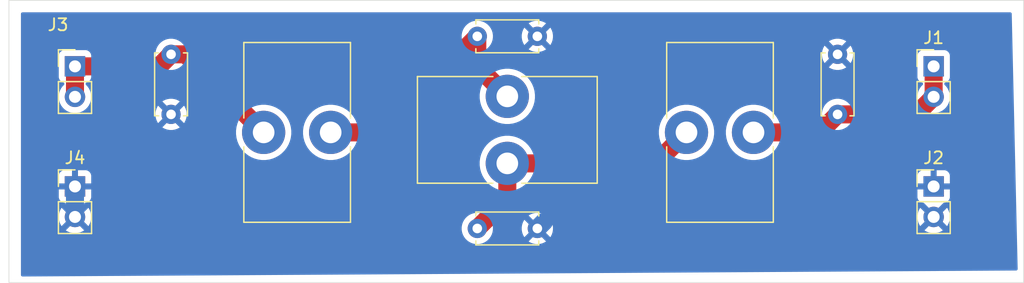
<source format=kicad_pcb>
(kicad_pcb (version 20241229) (generator "pcbnew") (generator_version "9.0")
  (title_block (title "LPF") (date "2026-01-20") (rev "0") (company "DL1SKD"))
  (layers (0 "F.Cu" signal) (2 "B.Cu" signal) (13 "F.Paste" user) (15 "B.Paste" user) (5 "F.SilkS" user "F.Silkscreen") (7 "B.SilkS" user "B.Silkscreen") (1 "F.Mask" user) (3 "B.Mask" user) (25 "Edge.Cuts" user))
  (net 0 "")
  (net 1 "GND")
  (net 2 "Net-(C1-+)")
  (net 3 "Net-(C2-+)")
  (net 4 "Net-(C3-+)")
  (net 5 "Net-(C4-+)")
  (footprint "Inductor_THT:L_Toroid_Vertical_L14.7mm_W8.6mm_P5.58mm_Pulse_KM-1" (layer "F.Cu") (at 124.42 56 90)
    (property "Reference" "L3" (hide yes))
    (property "Value" "L_Iron" (hide yes))
    (fp_line (start 7.485 -1.65) (end 7.485 7.23) (stroke (width 0.12)) (layer "F.SilkS"))
    (fp_line (start 1.2 -1.65) (end 7.485 -1.65) (stroke (width 0.12)) (layer "F.SilkS"))
    (fp_line (start -7.485 -1.65) (end -1.2 -1.65) (stroke (width 0.12)) (layer "F.SilkS"))
    (fp_line (start 7.485 7.23) (end 1.2 7.23) (stroke (width 0.12)) (layer "F.SilkS"))
    (fp_line (start -1.2 7.23) (end -7.485 7.23) (stroke (width 0.12)) (layer "F.SilkS"))
    (fp_line (start -7.485 7.23) (end -7.485 -1.65) (stroke (width 0.12)) (layer "F.SilkS"))
    (pad "1" thru_hole circle (at 0 0 90) (size 3.6 3.6) (drill 1.8) (layers "*.Cu" "*.Mask") (net 4 "Net-(C3-+)"))
    (pad "2" thru_hole circle (at 0 5.58 90) (size 3.6 3.6) (drill 1.8) (layers "*.Cu" "*.Mask") (net 5 "Net-(C4-+)"))
  )
  (footprint "Capacitor_THT:C_Disc_D5.0mm_W2.5mm_P5.00mm" (layer "F.Cu") (at 107 64)
    (property "Reference" "C3" (hide yes))
    (property "Value" "C" (hide yes))
    (fp_line (start -0.12 -1.37) (end 5.12 -1.37) (stroke (width 0.12)) (layer "F.SilkS"))
    (fp_line (start -0.12 -1.033) (end -0.12 -1.37) (stroke (width 0.12)) (layer "F.SilkS"))
    (fp_line (start -0.12 1.37) (end -0.12 1.033) (stroke (width 0.12)) (layer "F.SilkS"))
    (fp_line (start 5.12 -1.37) (end 5.12 -1.033) (stroke (width 0.12)) (layer "F.SilkS"))
    (fp_line (start 5.12 1.033) (end 5.12 1.37) (stroke (width 0.12)) (layer "F.SilkS"))
    (fp_line (start 5.12 1.37) (end -0.12 1.37) (stroke (width 0.12)) (layer "F.SilkS"))
    (pad "1" thru_hole circle (at 0 0) (size 1.6 1.6) (drill 0.8) (layers "*.Cu" "*.Mask") (net 4 "Net-(C3-+)"))
    (pad "2" thru_hole circle (at 5 0) (size 1.6 1.6) (drill 0.8) (layers "*.Cu" "*.Mask") (net 1 "GND"))
  )
  (footprint "Connector_PinHeader_2.54mm:PinHeader_1x02_P2.54mm_Vertical" (layer "F.Cu") (at 73.5 50.5)
    (property "Reference" "J3" (at -1.41 -3.46 0) (layer "F.SilkS"))
    (property "Value" "Conn_01x02_Pin")
    (fp_line (start -1.38 -1.38) (end 0 -1.38) (stroke (width 0.12)) (layer "F.SilkS"))
    (fp_line (start -1.38 0) (end -1.38 -1.38) (stroke (width 0.12)) (layer "F.SilkS"))
    (fp_line (start -1.38 1.27) (end -1.38 3.92) (stroke (width 0.12)) (layer "F.SilkS"))
    (fp_line (start -1.38 1.27) (end 1.38 1.27) (stroke (width 0.12)) (layer "F.SilkS"))
    (fp_line (start -1.38 3.92) (end 1.38 3.92) (stroke (width 0.12)) (layer "F.SilkS"))
    (fp_line (start 1.38 1.27) (end 1.38 3.92) (stroke (width 0.12)) (layer "F.SilkS"))
    (pad "1" thru_hole rect (at 0 0) (size 1.7 1.7) (drill 1) (layers "*.Cu" "*.Mask") (net 2 "Net-(C1-+)"))
    (pad "2" thru_hole circle (at 0 2.54) (size 1.7 1.7) (drill 1) (layers "*.Cu" "*.Mask") (net 2 "Net-(C1-+)"))
  )
  (footprint "Connector_PinHeader_2.54mm:PinHeader_1x02_P2.54mm_Vertical" (layer "F.Cu") (at 145 50.5)
    (property "Reference" "J1" (at 0 -2.38 0) (layer "F.SilkS"))
    (property "Value" "Conn_01x02_Pin")
    (fp_line (start -1.38 -1.38) (end 0 -1.38) (stroke (width 0.12)) (layer "F.SilkS"))
    (fp_line (start -1.38 0) (end -1.38 -1.38) (stroke (width 0.12)) (layer "F.SilkS"))
    (fp_line (start -1.38 1.27) (end -1.38 3.92) (stroke (width 0.12)) (layer "F.SilkS"))
    (fp_line (start -1.38 1.27) (end 1.38 1.27) (stroke (width 0.12)) (layer "F.SilkS"))
    (fp_line (start -1.38 3.92) (end 1.38 3.92) (stroke (width 0.12)) (layer "F.SilkS"))
    (fp_line (start 1.38 1.27) (end 1.38 3.92) (stroke (width 0.12)) (layer "F.SilkS"))
    (pad "1" thru_hole rect (at 0 0) (size 1.7 1.7) (drill 1) (layers "*.Cu" "*.Mask") (net 5 "Net-(C4-+)"))
    (pad "2" thru_hole circle (at 0 2.54) (size 1.7 1.7) (drill 1) (layers "*.Cu" "*.Mask") (net 5 "Net-(C4-+)"))
  )
  (footprint "Inductor_THT:L_Toroid_Vertical_L14.7mm_W8.6mm_P5.58mm_Pulse_KM-1" (layer "F.Cu") (at 109.5 53)
    (property "Reference" "L2" (hide yes))
    (property "Value" "L_Iron" (hide yes))
    (fp_line (start -7.485 -1.65) (end -1.2 -1.65) (stroke (width 0.12)) (layer "F.SilkS"))
    (fp_line (start -7.485 7.23) (end -7.485 -1.65) (stroke (width 0.12)) (layer "F.SilkS"))
    (fp_line (start -1.2 7.23) (end -7.485 7.23) (stroke (width 0.12)) (layer "F.SilkS"))
    (fp_line (start 1.2 -1.65) (end 7.485 -1.65) (stroke (width 0.12)) (layer "F.SilkS"))
    (fp_line (start 7.485 -1.65) (end 7.485 7.23) (stroke (width 0.12)) (layer "F.SilkS"))
    (fp_line (start 7.485 7.23) (end 1.2 7.23) (stroke (width 0.12)) (layer "F.SilkS"))
    (pad "1" thru_hole circle (at 0 0) (size 3.6 3.6) (drill 1.8) (layers "*.Cu" "*.Mask") (net 3 "Net-(C2-+)"))
    (pad "2" thru_hole circle (at 0 5.58) (size 3.6 3.6) (drill 1.8) (layers "*.Cu" "*.Mask") (net 4 "Net-(C3-+)"))
  )
  (footprint "Connector_PinHeader_2.54mm:PinHeader_1x02_P2.54mm_Vertical" (layer "F.Cu") (at 73.5 60.5)
    (property "Reference" "J4" (at 0 -2.38 0) (layer "F.SilkS"))
    (property "Value" "Conn_01x02_Pin")
    (fp_line (start -1.38 -1.38) (end 0 -1.38) (stroke (width 0.12)) (layer "F.SilkS"))
    (fp_line (start -1.38 0) (end -1.38 -1.38) (stroke (width 0.12)) (layer "F.SilkS"))
    (fp_line (start -1.38 1.27) (end -1.38 3.92) (stroke (width 0.12)) (layer "F.SilkS"))
    (fp_line (start -1.38 1.27) (end 1.38 1.27) (stroke (width 0.12)) (layer "F.SilkS"))
    (fp_line (start -1.38 3.92) (end 1.38 3.92) (stroke (width 0.12)) (layer "F.SilkS"))
    (fp_line (start 1.38 1.27) (end 1.38 3.92) (stroke (width 0.12)) (layer "F.SilkS"))
    (pad "1" thru_hole rect (at 0 0) (size 1.7 1.7) (drill 1) (layers "*.Cu" "*.Mask") (net 1 "GND"))
    (pad "2" thru_hole circle (at 0 2.54) (size 1.7 1.7) (drill 1) (layers "*.Cu" "*.Mask") (net 1 "GND"))
  )
  (footprint "Capacitor_THT:C_Disc_D5.0mm_W2.5mm_P5.00mm" (layer "F.Cu") (at 107 48)
    (property "Reference" "C2" (hide yes))
    (property "Value" "C" (hide yes))
    (fp_line (start -0.12 -1.37) (end 5.12 -1.37) (stroke (width 0.12)) (layer "F.SilkS"))
    (fp_line (start -0.12 -1.033) (end -0.12 -1.37) (stroke (width 0.12)) (layer "F.SilkS"))
    (fp_line (start -0.12 1.37) (end -0.12 1.033) (stroke (width 0.12)) (layer "F.SilkS"))
    (fp_line (start 5.12 -1.37) (end 5.12 -1.033) (stroke (width 0.12)) (layer "F.SilkS"))
    (fp_line (start 5.12 1.033) (end 5.12 1.37) (stroke (width 0.12)) (layer "F.SilkS"))
    (fp_line (start 5.12 1.37) (end -0.12 1.37) (stroke (width 0.12)) (layer "F.SilkS"))
    (pad "1" thru_hole circle (at 0 0) (size 1.6 1.6) (drill 0.8) (layers "*.Cu" "*.Mask") (net 3 "Net-(C2-+)"))
    (pad "2" thru_hole circle (at 5 0) (size 1.6 1.6) (drill 0.8) (layers "*.Cu" "*.Mask") (net 1 "GND"))
  )
  (footprint "Inductor_THT:L_Toroid_Vertical_L14.7mm_W8.6mm_P5.58mm_Pulse_KM-1" (layer "F.Cu") (at 89.21 56 90)
    (property "Reference" "L1" (hide yes))
    (property "Value" "L_Iron" (hide yes))
    (fp_line (start 7.485 -1.65) (end 7.485 7.23) (stroke (width 0.12)) (layer "F.SilkS"))
    (fp_line (start 1.2 -1.65) (end 7.485 -1.65) (stroke (width 0.12)) (layer "F.SilkS"))
    (fp_line (start -7.485 -1.65) (end -1.2 -1.65) (stroke (width 0.12)) (layer "F.SilkS"))
    (fp_line (start 7.485 7.23) (end 1.2 7.23) (stroke (width 0.12)) (layer "F.SilkS"))
    (fp_line (start -1.2 7.23) (end -7.485 7.23) (stroke (width 0.12)) (layer "F.SilkS"))
    (fp_line (start -7.485 7.23) (end -7.485 -1.65) (stroke (width 0.12)) (layer "F.SilkS"))
    (pad "1" thru_hole circle (at 0 0 90) (size 3.6 3.6) (drill 1.8) (layers "*.Cu" "*.Mask") (net 2 "Net-(C1-+)"))
    (pad "2" thru_hole circle (at 0 5.58 90) (size 3.6 3.6) (drill 1.8) (layers "*.Cu" "*.Mask") (net 3 "Net-(C2-+)"))
  )
  (footprint "Capacitor_THT:C_Disc_D5.0mm_W2.5mm_P5.00mm" (layer "F.Cu") (at 81.5 49.5 -90)
    (property "Reference" "C1" (hide yes))
    (property "Value" "C" (hide yes))
    (fp_line (start -0.12 1.37) (end -0.12 1.033) (stroke (width 0.12)) (layer "F.SilkS"))
    (fp_line (start 5.12 1.37) (end -0.12 1.37) (stroke (width 0.12)) (layer "F.SilkS"))
    (fp_line (start 5.12 1.033) (end 5.12 1.37) (stroke (width 0.12)) (layer "F.SilkS"))
    (fp_line (start -0.12 -1.033) (end -0.12 -1.37) (stroke (width 0.12)) (layer "F.SilkS"))
    (fp_line (start -0.12 -1.37) (end 5.12 -1.37) (stroke (width 0.12)) (layer "F.SilkS"))
    (fp_line (start 5.12 -1.37) (end 5.12 -1.033) (stroke (width 0.12)) (layer "F.SilkS"))
    (pad "1" thru_hole circle (at 0 0 270) (size 1.6 1.6) (drill 0.8) (layers "*.Cu" "*.Mask") (net 2 "Net-(C1-+)"))
    (pad "2" thru_hole circle (at 5 0 270) (size 1.6 1.6) (drill 0.8) (layers "*.Cu" "*.Mask") (net 1 "GND"))
  )
  (footprint "Capacitor_THT:C_Disc_D5.0mm_W2.5mm_P5.00mm" (layer "F.Cu") (at 137 54.5 90)
    (property "Reference" "C4" (hide yes))
    (property "Value" "C" (hide yes))
    (fp_line (start 5.12 -1.37) (end 5.12 -1.033) (stroke (width 0.12)) (layer "F.SilkS"))
    (fp_line (start -0.12 -1.37) (end 5.12 -1.37) (stroke (width 0.12)) (layer "F.SilkS"))
    (fp_line (start -0.12 -1.033) (end -0.12 -1.37) (stroke (width 0.12)) (layer "F.SilkS"))
    (fp_line (start 5.12 1.033) (end 5.12 1.37) (stroke (width 0.12)) (layer "F.SilkS"))
    (fp_line (start 5.12 1.37) (end -0.12 1.37) (stroke (width 0.12)) (layer "F.SilkS"))
    (fp_line (start -0.12 1.37) (end -0.12 1.033) (stroke (width 0.12)) (layer "F.SilkS"))
    (pad "1" thru_hole circle (at 0 0 90) (size 1.6 1.6) (drill 0.8) (layers "*.Cu" "*.Mask") (net 5 "Net-(C4-+)"))
    (pad "2" thru_hole circle (at 5 0 90) (size 1.6 1.6) (drill 0.8) (layers "*.Cu" "*.Mask") (net 1 "GND"))
  )
  (footprint "Connector_PinHeader_2.54mm:PinHeader_1x02_P2.54mm_Vertical" (layer "F.Cu") (at 145 60.5)
    (property "Reference" "J2" (at 0 -2.38 0) (layer "F.SilkS"))
    (property "Value" "Conn_01x02_Pin")
    (fp_line (start -1.38 -1.38) (end 0 -1.38) (stroke (width 0.12)) (layer "F.SilkS"))
    (fp_line (start -1.38 0) (end -1.38 -1.38) (stroke (width 0.12)) (layer "F.SilkS"))
    (fp_line (start -1.38 1.27) (end -1.38 3.92) (stroke (width 0.12)) (layer "F.SilkS"))
    (fp_line (start -1.38 1.27) (end 1.38 1.27) (stroke (width 0.12)) (layer "F.SilkS"))
    (fp_line (start -1.38 3.92) (end 1.38 3.92) (stroke (width 0.12)) (layer "F.SilkS"))
    (fp_line (start 1.38 1.27) (end 1.38 3.92) (stroke (width 0.12)) (layer "F.SilkS"))
    (pad "1" thru_hole rect (at 0 0) (size 1.7 1.7) (drill 1) (layers "*.Cu" "*.Mask") (net 1 "GND"))
    (pad "2" thru_hole circle (at 0 2.54) (size 1.7 1.7) (drill 1) (layers "*.Cu" "*.Mask") (net 1 "GND"))
  )
  (gr_rect (start 68 45) (end 152.5 68.5) (stroke (width 0.05)) (fill no) (layer "Edge.Cuts"))
  (segment (start 73.5 63.04) (end 73.5 62.5) (width 1.5) (layer "B.Cu") (net 1))
  (segment (start 112 64) (end 112.551 63.449) (width 1.5) (layer "B.Cu") (net 1))
  (segment (start 73.5 60.5) (end 73.5 63.04) (width 1.5) (layer "B.Cu") (net 1))
  (segment (start 80.5 50.5) (end 81.5 49.5) (width 1.5) (layer "F.Cu") (net 2))
  (segment (start 82.71 49.5) (end 89.21 56) (width 1.5) (layer "F.Cu") (net 2))
  (segment (start 81.5 49.5) (end 82.71 49.5) (width 1.5) (layer "F.Cu") (net 2))
  (segment (start 73.5 53.04) (end 73.5 50.5) (width 1.5) (layer "F.Cu") (net 2))
  (segment (start 73.5 50.5) (end 80.5 50.5) (width 1.5) (layer "F.Cu") (net 2))
  (segment (start 107 50.5) (end 109.5 53) (width 1.5) (layer "F.Cu") (net 3))
  (segment (start 107 48) (end 107 50.5) (width 1.5) (layer "F.Cu") (net 3))
  (segment (start 99 56) (end 107 48) (width 1.5) (layer "F.Cu") (net 3))
  (segment (start 94.79 56) (end 99 56) (width 1.5) (layer "F.Cu") (net 3))
  (segment (start 121.84 58.58) (end 124.42 56) (width 1.5) (layer "F.Cu") (net 4))
  (segment (start 109.5 58.58) (end 109.5 61.5) (width 1.5) (layer "F.Cu") (net 4))
  (segment (start 109.5 61.5) (end 107 64) (width 1.5) (layer "F.Cu") (net 4))
  (segment (start 109.5 58.58) (end 121.84 58.58) (width 1.5) (layer "F.Cu") (net 4))
  (segment (start 145 53.04) (end 145 50.5) (width 1.5) (layer "F.Cu") (net 5))
  (segment (start 130 56) (end 135.5 56) (width 1.5) (layer "F.Cu") (net 5))
  (segment (start 143.54 54.5) (end 145 53.04) (width 1.5) (layer "F.Cu") (net 5))
  (segment (start 135.5 56) (end 137 54.5) (width 1.5) (layer "F.Cu") (net 5))
  (segment (start 137 54.5) (end 143.54 54.5) (width 1.5) (layer "F.Cu") (net 5))
  (zone (net 1) (net_name "GND") (layer "B.Cu") (connect_pads (clearance 0.5)) (min_thickness 0.25) (fill yes (thermal_gap 0.5) (thermal_bridge_width 0.5))
    (polygon (pts (xy 69 46) (xy 151.5 46) (xy 152 67.5) (xy 69 68)))
  )
)
</source>
